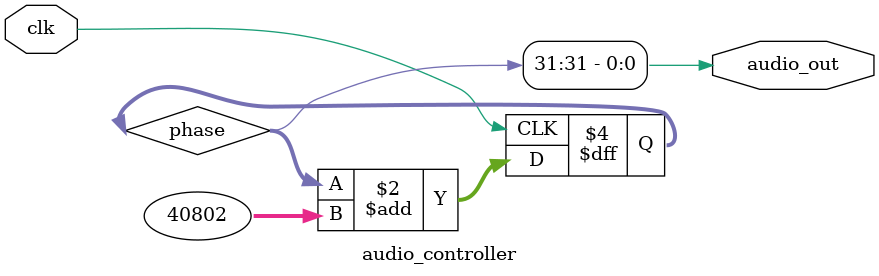
<source format=v>
`timescale 1ns / 1ps

module audio_controller(
    input clk,
    output reg audio_out
    ); 
	parameter STEP_SIZE = 32'h9F62;

	reg	[31:0]	phase;

	always @(posedge clk)
		phase <= phase + STEP_SIZE;

	always @(*)
		audio_out = phase[31];
	
endmodule

</source>
